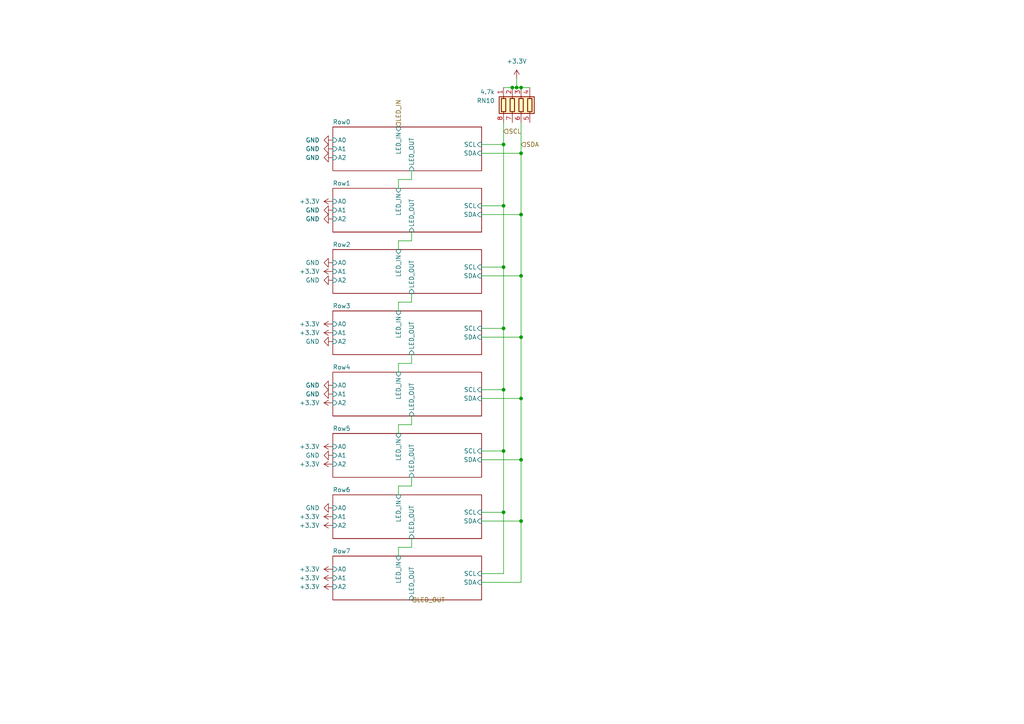
<source format=kicad_sch>
(kicad_sch (version 20230121) (generator eeschema)
  (paper "A4")
  (lib_symbols
    (symbol "Device:R_Pack04" (pin_names (offset 0) hide)
      (property "Reference" "RN" (at -7.62 0 90))
      (property "Value" "R_Pack04" (at 5.08 0 90))
      (symbol "R_Pack04_0_1"
        (rectangle (start -6.35 -2.413) (end 3.81 2.413) (stroke (width 0.254)) (fill (type background)))
        (rectangle (start -5.715 1.905) (end -4.445 -1.905) (stroke (width 0.254)))
        (rectangle (start -3.175 1.905) (end -1.905 -1.905) (stroke (width 0.254)))
        (rectangle (start -0.635 1.905) (end 0.635 -1.905) (stroke (width 0.254)))
        (polyline (pts (xy -5.08 -2.54) (xy -5.08 -1.905)))
        (polyline (pts (xy -5.08 1.905) (xy -5.08 2.54)))
        (polyline (pts (xy -2.54 -2.54) (xy -2.54 -1.905)))
        (polyline (pts (xy -2.54 1.905) (xy -2.54 2.54)))
        (polyline (pts (xy 0 -2.54) (xy 0 -1.905)))
        (polyline (pts (xy 0 1.905) (xy 0 2.54)))
        (polyline (pts (xy 2.54 -2.54) (xy 2.54 -1.905)))
        (polyline (pts (xy 2.54 1.905) (xy 2.54 2.54)))
        (rectangle (start 1.905 1.905) (end 3.175 -1.905) (stroke (width 0.254)))
      )
      (symbol "R_Pack04_1_1"
        (pin passive line (at -5.08 -5.08 90) (length 2.54) (name "R1.1") (number "1"))
        (pin passive line (at -2.54 -5.08 90) (length 2.54) (name "R2.1") (number "2"))
        (pin passive line (at 0 -5.08 90) (length 2.54) (name "R3.1") (number "3"))
        (pin passive line (at 2.54 -5.08 90) (length 2.54) (name "R4.1") (number "4"))
        (pin passive line (at 2.54 5.08 270) (length 2.54) (name "R4.2") (number "5"))
        (pin passive line (at 0 5.08 270) (length 2.54) (name "R3.2") (number "6"))
        (pin passive line (at -2.54 5.08 270) (length 2.54) (name "R2.2") (number "7"))
        (pin passive line (at -5.08 5.08 270) (length 2.54) (name "R1.2") (number "8"))
      )
    )
    (symbol "power:+3.3V" (power) (pin_names (offset 0))
      (property "Value" "+3.3V" (at 0 3.556 0))
      (symbol "+3.3V_0_1"
        (polyline (pts (xy -0.762 1.27) (xy 0 2.54)))
        (polyline (pts (xy 0 0) (xy 0 2.54)))
        (polyline (pts (xy 0 2.54) (xy 0.762 1.27)))
      )
      (symbol "+3.3V_1_1"
        (pin power_in line (at 0 0 90) (length 0) hide (name "+3.3V") (number "1"))
      )
    )
    (symbol "power:GND" (power) (pin_names (offset 0))
      (property "Value" "GND" (at 0 -3.81 0))
      (symbol "GND_0_1"
        (polyline (pts (xy 0 0) (xy 0 -1.27) (xy 1.27 -1.27) (xy 0 -2.54) (xy -1.27 -1.27) (xy 0 -1.27)))
      )
      (symbol "GND_1_1"
        (pin power_in line (at 0 0 270) (length 0) hide (name "GND") (number "1"))
      )
    )
  )
  (junction (at 146.05 59.69))
  (junction (at 148.59 25.4))
  (junction (at 151.13 44.45))
  (junction (at 146.05 41.91))
  (junction (at 146.05 95.25))
  (junction (at 151.13 25.4))
  (junction (at 146.05 148.59))
  (junction (at 151.13 115.57))
  (junction (at 151.13 151.13))
  (junction (at 146.05 77.47))
  (junction (at 151.13 80.01))
  (junction (at 151.13 62.23))
  (junction (at 149.86 25.4))
  (junction (at 146.05 113.03))
  (junction (at 151.13 133.35))
  (junction (at 151.13 97.79))
  (junction (at 146.05 130.81))
  (wire (pts (xy 146.05 59.69) (xy 146.05 77.47)))
  (wire (pts (xy 151.13 115.57) (xy 151.13 133.35)))
  (wire (pts (xy 146.05 113.03) (xy 139.7 113.03)))
  (wire (pts (xy 119.38 52.07) (xy 115.57 52.07)))
  (wire (pts (xy 139.7 41.91) (xy 146.05 41.91)))
  (wire (pts (xy 119.38 69.85) (xy 115.57 69.85)))
  (wire (pts (xy 119.38 105.41) (xy 115.57 105.41)))
  (wire (pts (xy 119.38 102.87) (xy 119.38 105.41)))
  (wire (pts (xy 119.38 87.63) (xy 115.57 87.63)))
  (wire (pts (xy 139.7 133.35) (xy 151.13 133.35)))
  (wire (pts (xy 139.7 151.13) (xy 151.13 151.13)))
  (wire (pts (xy 119.38 158.75) (xy 115.57 158.75)))
  (wire (pts (xy 146.05 113.03) (xy 146.05 130.81)))
  (wire (pts (xy 139.7 97.79) (xy 151.13 97.79)))
  (wire (pts (xy 146.05 95.25) (xy 139.7 95.25)))
  (wire (pts (xy 151.13 97.79) (xy 151.13 115.57)))
  (wire (pts (xy 115.57 105.41) (xy 115.57 107.95)))
  (wire (pts (xy 115.57 52.07) (xy 115.57 54.61)))
  (wire (pts (xy 139.7 115.57) (xy 151.13 115.57)))
  (wire (pts (xy 149.86 25.4) (xy 151.13 25.4)))
  (wire (pts (xy 139.7 168.91) (xy 151.13 168.91)))
  (wire (pts (xy 148.59 25.4) (xy 149.86 25.4)))
  (wire (pts (xy 146.05 77.47) (xy 146.05 95.25)))
  (wire (pts (xy 119.38 123.19) (xy 115.57 123.19)))
  (wire (pts (xy 139.7 80.01) (xy 151.13 80.01)))
  (wire (pts (xy 146.05 25.4) (xy 148.59 25.4)))
  (wire (pts (xy 146.05 59.69) (xy 139.7 59.69)))
  (wire (pts (xy 146.05 130.81) (xy 146.05 148.59)))
  (wire (pts (xy 119.38 49.53) (xy 119.38 52.07)))
  (wire (pts (xy 119.38 67.31) (xy 119.38 69.85)))
  (wire (pts (xy 119.38 138.43) (xy 119.38 140.97)))
  (wire (pts (xy 149.86 22.86) (xy 149.86 25.4)))
  (wire (pts (xy 115.57 69.85) (xy 115.57 72.39)))
  (wire (pts (xy 146.05 148.59) (xy 146.05 166.37)))
  (wire (pts (xy 151.13 80.01) (xy 151.13 97.79)))
  (wire (pts (xy 119.38 85.09) (xy 119.38 87.63)))
  (wire (pts (xy 146.05 166.37) (xy 139.7 166.37)))
  (wire (pts (xy 151.13 44.45) (xy 151.13 62.23)))
  (wire (pts (xy 139.7 62.23) (xy 151.13 62.23)))
  (wire (pts (xy 119.38 120.65) (xy 119.38 123.19)))
  (wire (pts (xy 151.13 133.35) (xy 151.13 151.13)))
  (wire (pts (xy 146.05 130.81) (xy 139.7 130.81)))
  (wire (pts (xy 146.05 41.91) (xy 146.05 59.69)))
  (wire (pts (xy 119.38 140.97) (xy 115.57 140.97)))
  (wire (pts (xy 146.05 35.56) (xy 146.05 41.91)))
  (wire (pts (xy 151.13 62.23) (xy 151.13 80.01)))
  (wire (pts (xy 151.13 35.56) (xy 151.13 44.45)))
  (wire (pts (xy 146.05 148.59) (xy 139.7 148.59)))
  (wire (pts (xy 151.13 151.13) (xy 151.13 168.91)))
  (wire (pts (xy 115.57 158.75) (xy 115.57 161.29)))
  (wire (pts (xy 146.05 95.25) (xy 146.05 113.03)))
  (wire (pts (xy 115.57 123.19) (xy 115.57 125.73)))
  (wire (pts (xy 139.7 44.45) (xy 151.13 44.45)))
  (wire (pts (xy 115.57 87.63) (xy 115.57 90.17)))
  (wire (pts (xy 146.05 77.47) (xy 139.7 77.47)))
  (wire (pts (xy 119.38 156.21) (xy 119.38 158.75)))
  (wire (pts (xy 151.13 25.4) (xy 153.67 25.4)))
  (wire (pts (xy 115.57 140.97) (xy 115.57 143.51)))
  (hierarchical_label "SCL" (shape input) (at 146.05 38.1 0))
  (hierarchical_label "LED_IN" (shape input) (at 115.57 36.83 90))
  (hierarchical_label "SDA" (shape input) (at 151.13 41.91 0))
  (hierarchical_label "LED_OUT" (shape input) (at 119.38 173.99 0))
  (symbol (lib_id "power:+3.3V") (at 96.52 78.74 90) (unit 1)
    (property "Reference" "#PWR047" (effects hide))
    (property "Value" "+3.3V" (at 92.71 78.74 90) (effects (justify left)))
  )
  (symbol (lib_id "power:GND") (at 96.52 43.18 270) (unit 1)
    (property "Reference" "#PWR072" (effects hide))
    (property "Value" "GND" (at 92.71 43.18 90) (effects (justify right)))
  )
  (symbol (lib_id "power:GND") (at 96.52 63.5 270) (unit 1)
    (property "Reference" "#PWR045" (effects hide))
    (property "Value" "GND" (at 92.71 63.5 90) (effects (justify right)))
  )
  (symbol (lib_id "power:GND") (at 96.52 99.06 270) (unit 1)
    (property "Reference" "#PWR076" (effects hide))
    (property "Value" "GND" (at 92.71 99.06 90) (effects (justify right)))
  )
  (symbol (lib_id "power:GND") (at 96.52 132.08 270) (unit 1)
    (property "Reference" "#PWR0123" (effects hide))
    (property "Value" "GND" (at 92.71 132.08 90) (effects (justify right)))
  )
  (symbol (lib_id "power:+3.3V") (at 96.52 58.42 90) (unit 1)
    (property "Reference" "#PWR046" (effects hide))
    (property "Value" "+3.3V" (at 92.71 58.42 90) (effects (justify left)))
  )
  (symbol (lib_id "power:+3.3V") (at 96.52 170.18 90) (unit 1)
    (property "Reference" "#PWR0147" (effects hide))
    (property "Value" "+3.3V" (at 92.71 170.18 90) (effects (justify left)))
  )
  (symbol (lib_id "power:GND") (at 96.52 45.72 270) (unit 1)
    (property "Reference" "#PWR073" (effects hide))
    (property "Value" "GND" (at 92.71 45.72 90) (effects (justify right)))
  )
  (symbol (lib_id "power:+3.3V") (at 96.52 149.86 90) (unit 1)
    (property "Reference" "#PWR0170" (effects hide))
    (property "Value" "+3.3V" (at 92.71 149.86 90) (effects (justify left)))
  )
  (symbol (lib_id "Device:R_Pack04") (at 151.13 30.48 0) (mirror x) (unit 1)
    (property "Reference" "RN10" (at 143.51 29.21 0) (effects (justify right)))
    (property "Value" "4.7k" (at 143.51 26.67 0) (effects (justify right)))
    (property "Footprint" "Resistor_SMD:R_Array_Concave_4x0603" (effects hide))
    (instances (project "chessboard" (path "" (reference "RN10") (unit 1)) (path "" (reference "RN4") (unit 1)) (path "" (reference "RN3") (unit 1)) (path "" (reference "RN2") (unit 1)) (path "" (reference "RN1") (unit 1)) (path "" (reference "RN6") (unit 1)) (path "" (reference "RN8") (unit 1)) (path "" (reference "RN7") (unit 1)) (path "" (reference "RN5") (unit 1))))
  )
  (symbol (lib_id "power:+3.3V") (at 96.52 167.64 90) (unit 1)
    (property "Reference" "#PWR0148" (effects hide))
    (property "Value" "+3.3V" (at 92.71 167.64 90) (effects (justify left)))
  )
  (symbol (lib_id "power:GND") (at 96.52 60.96 270) (unit 1)
    (property "Reference" "#PWR071" (effects hide))
    (property "Value" "GND" (at 92.71 60.96 90) (effects (justify right)))
  )
  (symbol (lib_id "power:GND") (at 96.52 111.76 270) (unit 1)
    (property "Reference" "#PWR074" (effects hide))
    (property "Value" "GND" (at 92.71 111.76 90) (effects (justify right)))
  )
  (symbol (lib_id "power:+3.3V") (at 96.52 134.62 90) (unit 1)
    (property "Reference" "#PWR0124" (effects hide))
    (property "Value" "+3.3V" (at 92.71 134.62 90) (effects (justify left)))
  )
  (symbol (lib_id "power:+3.3V") (at 96.52 129.54 90) (unit 1)
    (property "Reference" "#PWR0122" (effects hide))
    (property "Value" "+3.3V" (at 92.71 129.54 90) (effects (justify left)))
  )
  (symbol (lib_id "power:GND") (at 96.52 114.3 270) (unit 1)
    (property "Reference" "#PWR0100" (effects hide))
    (property "Value" "GND" (at 92.71 114.3 90) (effects (justify right)))
  )
  (symbol (lib_id "power:+3.3V") (at 96.52 165.1 90) (unit 1)
    (property "Reference" "#PWR0171" (effects hide))
    (property "Value" "+3.3V" (at 92.71 165.1 90) (effects (justify left)))
  )
  (symbol (lib_id "power:+3.3V") (at 96.52 93.98 90) (unit 1)
    (property "Reference" "#PWR098" (effects hide))
    (property "Value" "+3.3V" (at 92.71 93.98 90) (effects (justify left)))
  )
  (symbol (lib_id "power:GND") (at 96.52 76.2 270) (unit 1)
    (property "Reference" "#PWR048" (effects hide))
    (property "Value" "GND" (at 92.71 76.2 90) (effects (justify right)))
  )
  (symbol (lib_id "power:+3.3V") (at 149.86 22.86 0) (unit 1)
    (property "Reference" "#PWR041" (effects hide))
    (property "Value" "+3.3V" (at 149.86 17.78 0))
  )
  (symbol (lib_id "power:GND") (at 96.52 40.64 270) (unit 1)
    (property "Reference" "#PWR044" (effects hide))
    (property "Value" "GND" (at 92.71 40.64 90) (effects (justify right)))
  )
  (symbol (lib_id "power:+3.3V") (at 96.52 96.52 90) (unit 1)
    (property "Reference" "#PWR075" (effects hide))
    (property "Value" "+3.3V" (at 92.71 96.52 90) (effects (justify left)))
  )
  (symbol (lib_id "power:+3.3V") (at 96.52 152.4 90) (unit 1)
    (property "Reference" "#PWR0146" (effects hide))
    (property "Value" "+3.3V" (at 92.71 152.4 90) (effects (justify left)))
  )
  (symbol (lib_id "power:GND") (at 96.52 81.28 270) (unit 1)
    (property "Reference" "#PWR070" (effects hide))
    (property "Value" "GND" (at 92.71 81.28 90) (effects (justify right)))
  )
  (symbol (lib_id "power:GND") (at 96.52 147.32 270) (unit 1)
    (property "Reference" "#PWR0172" (effects hide))
    (property "Value" "GND" (at 92.71 147.32 90) (effects (justify right)))
  )
  (symbol (lib_id "power:+3.3V") (at 96.52 116.84 90) (unit 1)
    (property "Reference" "#PWR099" (effects hide))
    (property "Value" "+3.3V" (at 92.71 116.84 90) (effects (justify left)))
  )
  (sheet (at 96.52 54.61) (size 43.18 12.7) (stroke (width 0.1524))
    (property "Sheetname" "Row1" (at 96.52 53.8984 0) (effects (justify left bottom)))
    (property "Sheetfile" "row.kicad_sch" (effects hide))
    (pin "LED_OUT" input (at 119.38 67.31 270))
    (pin "A2" input (at 96.52 63.5 180))
    (pin "A1" input (at 96.52 60.96 180))
    (pin "A0" input (at 96.52 58.42 180))
    (pin "LED_IN" input (at 115.57 54.61 90))
    (pin "SDA" input (at 139.7 62.23 0))
    (pin "SCL" input (at 139.7 59.69 0))
  )
  (sheet (at 96.52 36.83) (size 43.18 12.7) (stroke (width 0.1524))
    (property "Sheetname" "Row0" (at 96.52 36.1184 0) (effects (justify left bottom)))
    (property "Sheetfile" "row.kicad_sch" (effects hide))
    (pin "LED_OUT" input (at 119.38 49.53 270))
    (pin "A2" input (at 96.52 45.72 180))
    (pin "A1" input (at 96.52 43.18 180))
    (pin "A0" input (at 96.52 40.64 180))
    (pin "LED_IN" input (at 115.57 36.83 90))
    (pin "SDA" input (at 139.7 44.45 0))
    (pin "SCL" input (at 139.7 41.91 0))
  )
  (sheet (at 96.52 161.29) (size 43.18 12.7) (stroke (width 0.1524))
    (property "Sheetname" "Row7" (at 96.52 160.5784 0) (effects (justify left bottom)))
    (property "Sheetfile" "row.kicad_sch" (effects hide))
    (pin "LED_OUT" input (at 119.38 173.99 270))
    (pin "A2" input (at 96.52 170.18 180))
    (pin "A1" input (at 96.52 167.64 180))
    (pin "A0" input (at 96.52 165.1 180))
    (pin "LED_IN" input (at 115.57 161.29 90))
    (pin "SDA" input (at 139.7 168.91 0))
    (pin "SCL" input (at 139.7 166.37 0))
  )
  (sheet (at 96.52 125.73) (size 43.18 12.7) (stroke (width 0.1524))
    (property "Sheetname" "Row5" (at 96.52 125.0184 0) (effects (justify left bottom)))
    (property "Sheetfile" "row.kicad_sch" (effects hide))
    (pin "LED_OUT" input (at 119.38 138.43 270))
    (pin "A2" input (at 96.52 134.62 180))
    (pin "A1" input (at 96.52 132.08 180))
    (pin "A0" input (at 96.52 129.54 180))
    (pin "LED_IN" input (at 115.57 125.73 90))
    (pin "SDA" input (at 139.7 133.35 0))
    (pin "SCL" input (at 139.7 130.81 0))
  )
  (sheet (at 96.52 90.17) (size 43.18 12.7) (stroke (width 0.1524))
    (property "Sheetname" "Row3" (at 96.52 89.4584 0) (effects (justify left bottom)))
    (property "Sheetfile" "row.kicad_sch" (effects hide))
    (pin "LED_OUT" input (at 119.38 102.87 270))
    (pin "A2" input (at 96.52 99.06 180))
    (pin "A1" input (at 96.52 96.52 180))
    (pin "A0" input (at 96.52 93.98 180))
    (pin "LED_IN" input (at 115.57 90.17 90))
    (pin "SDA" input (at 139.7 97.79 0))
    (pin "SCL" input (at 139.7 95.25 0))
  )
  (sheet (at 96.52 143.51) (size 43.18 12.7) (stroke (width 0.1524))
    (property "Sheetname" "Row6" (at 96.52 142.7984 0) (effects (justify left bottom)))
    (property "Sheetfile" "row.kicad_sch" (effects hide))
    (pin "LED_OUT" input (at 119.38 156.21 270))
    (pin "A2" input (at 96.52 152.4 180))
    (pin "A1" input (at 96.52 149.86 180))
    (pin "A0" input (at 96.52 147.32 180))
    (pin "LED_IN" input (at 115.57 143.51 90))
    (pin "SDA" input (at 139.7 151.13 0))
    (pin "SCL" input (at 139.7 148.59 0))
  )
  (sheet (at 96.52 107.95) (size 43.18 12.7) (stroke (width 0.1524))
    (property "Sheetname" "Row4" (at 96.52 107.2384 0) (effects (justify left bottom)))
    (property "Sheetfile" "row.kicad_sch" (effects hide))
    (pin "LED_OUT" input (at 119.38 120.65 270))
    (pin "A2" input (at 96.52 116.84 180))
    (pin "A1" input (at 96.52 114.3 180))
    (pin "A0" input (at 96.52 111.76 180))
    (pin "LED_IN" input (at 115.57 107.95 90))
    (pin "SDA" input (at 139.7 115.57 0))
    (pin "SCL" input (at 139.7 113.03 0))
  )
  (sheet (at 96.52 72.39) (size 43.18 12.7) (stroke (width 0.1524))
    (property "Sheetname" "Row2" (at 96.52 71.6784 0) (effects (justify left bottom)))
    (property "Sheetfile" "row.kicad_sch" (effects hide))
    (pin "LED_OUT" input (at 119.38 85.09 270))
    (pin "A2" input (at 96.52 81.28 180))
    (pin "A1" input (at 96.52 78.74 180))
    (pin "A0" input (at 96.52 76.2 180))
    (pin "LED_IN" input (at 115.57 72.39 90))
    (pin "SDA" input (at 139.7 80.01 0))
    (pin "SCL" input (at 139.7 77.47 0))
  )
)
</source>
